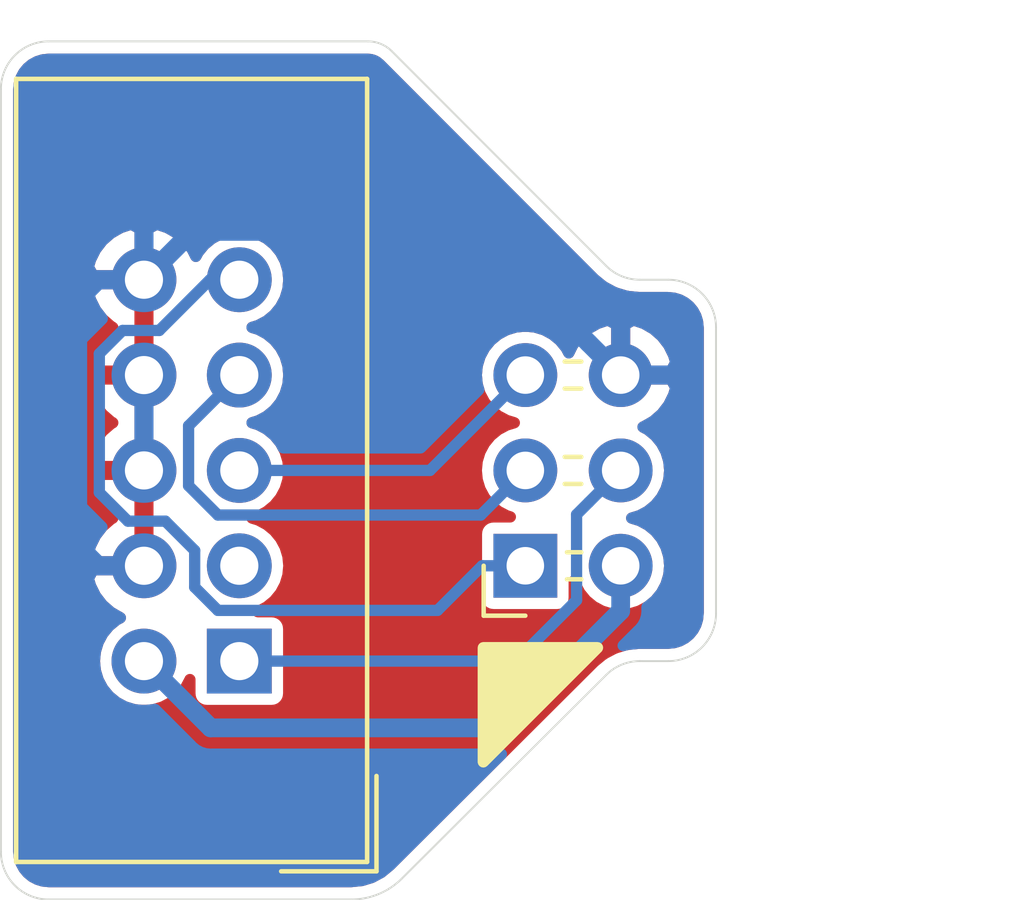
<source format=kicad_pcb>
(kicad_pcb (version 20171130) (host pcbnew 5.1.4-e60b266~84~ubuntu18.04.1)

  (general
    (thickness 1.6)
    (drawings 16)
    (tracks 42)
    (zones 0)
    (modules 2)
    (nets 7)
  )

  (page A4)
  (layers
    (0 F.Cu signal)
    (31 B.Cu signal)
    (32 B.Adhes user)
    (33 F.Adhes user)
    (34 B.Paste user)
    (35 F.Paste user)
    (36 B.SilkS user)
    (37 F.SilkS user)
    (38 B.Mask user)
    (39 F.Mask user)
    (40 Dwgs.User user)
    (41 Cmts.User user)
    (42 Eco1.User user)
    (43 Eco2.User user)
    (44 Edge.Cuts user)
    (45 Margin user)
    (46 B.CrtYd user)
    (47 F.CrtYd user)
    (48 B.Fab user)
    (49 F.Fab user)
  )

  (setup
    (last_trace_width 0.3)
    (trace_clearance 0.175)
    (zone_clearance 0.3)
    (zone_45_only no)
    (trace_min 0.2)
    (via_size 0.75)
    (via_drill 0.3)
    (via_min_size 0.4)
    (via_min_drill 0.3)
    (uvia_size 0.3)
    (uvia_drill 0.1)
    (uvias_allowed no)
    (uvia_min_size 0.2)
    (uvia_min_drill 0.1)
    (edge_width 0.05)
    (segment_width 0.2)
    (pcb_text_width 0.3)
    (pcb_text_size 1.5 1.5)
    (mod_edge_width 0.12)
    (mod_text_size 1 1)
    (mod_text_width 0.15)
    (pad_size 1.524 1.524)
    (pad_drill 0.762)
    (pad_to_mask_clearance 0.051)
    (solder_mask_min_width 0.25)
    (aux_axis_origin 0 0)
    (visible_elements FFFFFF7F)
    (pcbplotparams
      (layerselection 0x010fc_ffffffff)
      (usegerberextensions true)
      (usegerberattributes false)
      (usegerberadvancedattributes false)
      (creategerberjobfile false)
      (excludeedgelayer true)
      (linewidth 0.100000)
      (plotframeref false)
      (viasonmask false)
      (mode 1)
      (useauxorigin false)
      (hpglpennumber 1)
      (hpglpenspeed 20)
      (hpglpendiameter 15.000000)
      (psnegative false)
      (psa4output false)
      (plotreference true)
      (plotvalue true)
      (plotinvisibletext false)
      (padsonsilk false)
      (subtractmaskfromsilk false)
      (outputformat 1)
      (mirror false)
      (drillshape 0)
      (scaleselection 1)
      (outputdirectory "output"))
  )

  (net 0 "")
  (net 1 /MOSI)
  (net 2 VCC)
  (net 3 GND)
  (net 4 /~RST)
  (net 5 /SCK)
  (net 6 /MISO)

  (net_class Default "This is the default net class."
    (clearance 0.175)
    (trace_width 0.3)
    (via_dia 0.75)
    (via_drill 0.3)
    (uvia_dia 0.3)
    (uvia_drill 0.1)
    (add_net /MISO)
    (add_net /MOSI)
    (add_net /SCK)
    (add_net /~RST)
  )

  (net_class Power ""
    (clearance 0.175)
    (trace_width 0.5)
    (via_dia 0.75)
    (via_drill 0.3)
    (uvia_dia 0.3)
    (uvia_drill 0.1)
    (add_net GND)
    (add_net VCC)
  )

  (module Connector_PinSocket_2.54mm:PinSocket_2x03_P2.54mm_Horizontal (layer F.Cu) (tedit 5DB035B1) (tstamp 5DB03F0C)
    (at 152.4 68.58 180)
    (descr "Through hole angled socket strip, 2x03, 2.54mm pitch, 8.51mm socket length, double cols (from Kicad 4.0.7), script generated")
    (tags "Through hole angled socket strip THT 2x03 2.54mm double row")
    (path /5DB0444D)
    (fp_text reference J2 (at 0 -2.54 180) (layer F.SilkS) hide
      (effects (font (size 1 1) (thickness 0.15)))
    )
    (fp_text value AVR-ISP-6 (at -8.89 2.54 180) (layer F.Fab)
      (effects (font (size 1 1) (thickness 0.15)))
    )
    (fp_line (start 1.8 6.85) (end 1.8 -1.8) (layer F.CrtYd) (width 0.05))
    (fp_line (start -13.05 6.85) (end 1.8 6.85) (layer F.CrtYd) (width 0.05))
    (fp_line (start 1.8 -1.8) (end -13.05 -1.8) (layer F.CrtYd) (width 0.05))
    (fp_line (start 0 -1.33) (end 1.11 -1.33) (layer F.SilkS) (width 0.12))
    (fp_line (start 1.11 -1.33) (end 1.11 0) (layer F.SilkS) (width 0.12))
    (fp_line (start -1.49 5.44) (end -1.05 5.44) (layer F.SilkS) (width 0.12))
    (fp_line (start -1.49 4.72) (end -1.05 4.72) (layer F.SilkS) (width 0.12))
    (fp_line (start -1.49 2.9) (end -1.05 2.9) (layer F.SilkS) (width 0.12))
    (fp_line (start -1.49 2.18) (end -1.05 2.18) (layer F.SilkS) (width 0.12))
    (fp_line (start -1.49 0.36) (end -1.11 0.36) (layer F.SilkS) (width 0.12))
    (fp_line (start -1.49 -0.36) (end -1.11 -0.36) (layer F.SilkS) (width 0.12))
    (fp_line (start 0 5.38) (end 0 4.78) (layer F.Fab) (width 0.1))
    (fp_line (start -4.06 5.38) (end 0 5.38) (layer F.Fab) (width 0.1))
    (fp_line (start 0 4.78) (end -4.06 4.78) (layer F.Fab) (width 0.1))
    (fp_line (start 0 2.84) (end 0 2.24) (layer F.Fab) (width 0.1))
    (fp_line (start -4.06 2.84) (end 0 2.84) (layer F.Fab) (width 0.1))
    (fp_line (start 0 2.24) (end -4.06 2.24) (layer F.Fab) (width 0.1))
    (fp_line (start 0 0.3) (end 0 -0.3) (layer F.Fab) (width 0.1))
    (fp_line (start -4.06 0.3) (end 0 0.3) (layer F.Fab) (width 0.1))
    (fp_line (start 0 -0.3) (end -4.06 -0.3) (layer F.Fab) (width 0.1))
    (pad 6 thru_hole oval (at -2.54 5.08 180) (size 1.7 1.7) (drill 1) (layers *.Cu *.Mask)
      (net 3 GND))
    (pad 5 thru_hole oval (at 0 5.08 180) (size 1.7 1.7) (drill 1) (layers *.Cu *.Mask)
      (net 4 /~RST))
    (pad 4 thru_hole oval (at -2.54 2.54 180) (size 1.7 1.7) (drill 1) (layers *.Cu *.Mask)
      (net 1 /MOSI))
    (pad 3 thru_hole oval (at 0 2.54 180) (size 1.7 1.7) (drill 1) (layers *.Cu *.Mask)
      (net 5 /SCK))
    (pad 2 thru_hole oval (at -2.54 0 180) (size 1.7 1.7) (drill 1) (layers *.Cu *.Mask)
      (net 2 VCC))
    (pad 1 thru_hole rect (at 0 0 180) (size 1.7 1.7) (drill 1) (layers *.Cu *.Mask)
      (net 6 /MISO))
    (model ${KISYS3DMOD}/Connector_PinSocket_2.54mm.3dshapes/PinSocket_2x03_P2.54mm_Horizontal.wrl
      (at (xyz 0 0 0))
      (scale (xyz 1 1 1))
      (rotate (xyz 0 0 0))
    )
  )

  (module Connector_IDC:IDC-Header_2x05_P2.54mm_Vertical (layer F.Cu) (tedit 59DE0611) (tstamp 5DB09969)
    (at 144.78 71.12 180)
    (descr "Through hole straight IDC box header, 2x05, 2.54mm pitch, double rows")
    (tags "Through hole IDC box header THT 2x05 2.54mm double row")
    (path /5DB03AC9)
    (fp_text reference J1 (at 1.27 -6.604) (layer F.SilkS) hide
      (effects (font (size 1 1) (thickness 0.15)))
    )
    (fp_text value AVR-ISP-10 (at 1.27 16.764) (layer F.Fab)
      (effects (font (size 1 1) (thickness 0.15)))
    )
    (fp_text user %R (at 1.27 5.08) (layer F.Fab)
      (effects (font (size 1 1) (thickness 0.15)))
    )
    (fp_line (start 5.695 -5.1) (end 5.695 15.26) (layer F.Fab) (width 0.1))
    (fp_line (start 5.145 -4.56) (end 5.145 14.7) (layer F.Fab) (width 0.1))
    (fp_line (start -3.155 -5.1) (end -3.155 15.26) (layer F.Fab) (width 0.1))
    (fp_line (start -2.605 -4.56) (end -2.605 2.83) (layer F.Fab) (width 0.1))
    (fp_line (start -2.605 7.33) (end -2.605 14.7) (layer F.Fab) (width 0.1))
    (fp_line (start -2.605 2.83) (end -3.155 2.83) (layer F.Fab) (width 0.1))
    (fp_line (start -2.605 7.33) (end -3.155 7.33) (layer F.Fab) (width 0.1))
    (fp_line (start 5.695 -5.1) (end -3.155 -5.1) (layer F.Fab) (width 0.1))
    (fp_line (start 5.145 -4.56) (end -2.605 -4.56) (layer F.Fab) (width 0.1))
    (fp_line (start 5.695 15.26) (end -3.155 15.26) (layer F.Fab) (width 0.1))
    (fp_line (start 5.145 14.7) (end -2.605 14.7) (layer F.Fab) (width 0.1))
    (fp_line (start 5.695 -5.1) (end 5.145 -4.56) (layer F.Fab) (width 0.1))
    (fp_line (start 5.695 15.26) (end 5.145 14.7) (layer F.Fab) (width 0.1))
    (fp_line (start -3.155 -5.1) (end -2.605 -4.56) (layer F.Fab) (width 0.1))
    (fp_line (start -3.155 15.26) (end -2.605 14.7) (layer F.Fab) (width 0.1))
    (fp_line (start 5.95 -5.35) (end 5.95 15.51) (layer F.CrtYd) (width 0.05))
    (fp_line (start 5.95 15.51) (end -3.41 15.51) (layer F.CrtYd) (width 0.05))
    (fp_line (start -3.41 15.51) (end -3.41 -5.35) (layer F.CrtYd) (width 0.05))
    (fp_line (start -3.41 -5.35) (end 5.95 -5.35) (layer F.CrtYd) (width 0.05))
    (fp_line (start 5.945 -5.35) (end 5.945 15.51) (layer F.SilkS) (width 0.12))
    (fp_line (start 5.945 15.51) (end -3.405 15.51) (layer F.SilkS) (width 0.12))
    (fp_line (start -3.405 15.51) (end -3.405 -5.35) (layer F.SilkS) (width 0.12))
    (fp_line (start -3.405 -5.35) (end 5.945 -5.35) (layer F.SilkS) (width 0.12))
    (fp_line (start -3.655 -5.6) (end -3.655 -3.06) (layer F.SilkS) (width 0.12))
    (fp_line (start -3.655 -5.6) (end -1.115 -5.6) (layer F.SilkS) (width 0.12))
    (pad 1 thru_hole rect (at 0 0 180) (size 1.7272 1.7272) (drill 1.016) (layers *.Cu *.Mask)
      (net 1 /MOSI))
    (pad 2 thru_hole oval (at 2.54 0 180) (size 1.7272 1.7272) (drill 1.016) (layers *.Cu *.Mask)
      (net 2 VCC))
    (pad 3 thru_hole oval (at 0 2.54 180) (size 1.7272 1.7272) (drill 1.016) (layers *.Cu *.Mask))
    (pad 4 thru_hole oval (at 2.54 2.54 180) (size 1.7272 1.7272) (drill 1.016) (layers *.Cu *.Mask)
      (net 3 GND))
    (pad 5 thru_hole oval (at 0 5.08 180) (size 1.7272 1.7272) (drill 1.016) (layers *.Cu *.Mask)
      (net 4 /~RST))
    (pad 6 thru_hole oval (at 2.54 5.08 180) (size 1.7272 1.7272) (drill 1.016) (layers *.Cu *.Mask)
      (net 3 GND))
    (pad 7 thru_hole oval (at 0 7.62 180) (size 1.7272 1.7272) (drill 1.016) (layers *.Cu *.Mask)
      (net 5 /SCK))
    (pad 8 thru_hole oval (at 2.54 7.62 180) (size 1.7272 1.7272) (drill 1.016) (layers *.Cu *.Mask)
      (net 3 GND))
    (pad 9 thru_hole oval (at 0 10.16 180) (size 1.7272 1.7272) (drill 1.016) (layers *.Cu *.Mask)
      (net 6 /MISO))
    (pad 10 thru_hole oval (at 2.54 10.16 180) (size 1.7272 1.7272) (drill 1.016) (layers *.Cu *.Mask)
      (net 3 GND))
    (model ${KISYS3DMOD}/Connector_IDC.3dshapes/IDC-Header_2x05_P2.54mm_Vertical.wrl
      (at (xyz 0 0 0))
      (scale (xyz 1 1 1))
      (rotate (xyz 0 0 0))
    )
  )

  (gr_arc (start 147.7645 75.565) (end 147.7645 77.47) (angle -45) (layer Edge.Cuts) (width 0.05))
  (gr_arc (start 155.448 59.69) (end 155.448 60.96) (angle 45) (layer Edge.Cuts) (width 0.05) (tstamp 5DB09E36))
  (gr_arc (start 155.448 72.39) (end 155.448 71.12) (angle -45) (layer Edge.Cuts) (width 0.05))
  (gr_arc (start 148.209 55.508024) (end 148.843999 54.873025) (angle -45) (layer Edge.Cuts) (width 0.05))
  (gr_arc (start 156.21 62.23) (end 157.48 62.23) (angle -90) (layer Edge.Cuts) (width 0.05))
  (gr_arc (start 156.21 69.85) (end 156.21 71.12) (angle -90) (layer Edge.Cuts) (width 0.05))
  (gr_arc (start 139.7 76.2) (end 138.43 76.2) (angle -90) (layer Edge.Cuts) (width 0.05))
  (gr_arc (start 139.7 55.88) (end 139.7 54.61) (angle -90) (layer Edge.Cuts) (width 0.05))
  (gr_line (start 138.43 76.2) (end 138.43 55.88) (layer Edge.Cuts) (width 0.05) (tstamp 5DB09C07))
  (gr_line (start 147.7645 77.47) (end 139.7 77.47) (layer Edge.Cuts) (width 0.05))
  (gr_line (start 154.549974 71.491974) (end 149.111538 76.912038) (layer Edge.Cuts) (width 0.05))
  (gr_line (start 156.21 71.12) (end 155.448 71.12) (layer Edge.Cuts) (width 0.05))
  (gr_line (start 157.48 62.23) (end 157.48 69.85) (layer Edge.Cuts) (width 0.05))
  (gr_line (start 155.448 60.96) (end 156.21 60.96) (layer Edge.Cuts) (width 0.05))
  (gr_line (start 148.843999 54.873025) (end 154.549974 60.588026) (layer Edge.Cuts) (width 0.05))
  (gr_line (start 139.7 54.61) (end 148.209 54.61) (layer Edge.Cuts) (width 0.05))

  (segment (start 154.090001 66.889999) (end 154.94 66.04) (width 0.3) (layer B.Cu) (net 1))
  (segment (start 153.764999 67.215001) (end 154.090001 66.889999) (width 0.3) (layer B.Cu) (net 1))
  (segment (start 153.764999 69.500003) (end 153.764999 67.215001) (width 0.3) (layer B.Cu) (net 1))
  (segment (start 152.145002 71.12) (end 153.764999 69.500003) (width 0.3) (layer B.Cu) (net 1))
  (segment (start 144.78 71.12) (end 152.145002 71.12) (width 0.3) (layer B.Cu) (net 1))
  (segment (start 154.94 69.782081) (end 154.94 68.58) (width 0.5) (layer B.Cu) (net 2))
  (segment (start 151.824081 72.898) (end 154.94 69.782081) (width 0.5) (layer B.Cu) (net 2))
  (segment (start 142.24 71.12) (end 144.018 72.898) (width 0.5) (layer B.Cu) (net 2))
  (segment (start 144.018 72.898) (end 151.824081 72.898) (width 0.5) (layer B.Cu) (net 2))
  (segment (start 154.090001 62.650001) (end 154.94 63.5) (width 0.5) (layer B.Cu) (net 3))
  (segment (start 151.111399 59.671399) (end 154.090001 62.650001) (width 0.5) (layer B.Cu) (net 3))
  (segment (start 143.528601 59.671399) (end 151.111399 59.671399) (width 0.5) (layer B.Cu) (net 3))
  (segment (start 142.24 60.96) (end 143.528601 59.671399) (width 0.5) (layer B.Cu) (net 3))
  (segment (start 141.018686 60.96) (end 142.24 60.96) (width 0.5) (layer B.Cu) (net 3))
  (segment (start 140.476389 61.502297) (end 141.018686 60.96) (width 0.5) (layer B.Cu) (net 3))
  (segment (start 140.476389 68.037703) (end 140.476389 61.502297) (width 0.5) (layer B.Cu) (net 3))
  (segment (start 141.018686 68.58) (end 140.476389 68.037703) (width 0.5) (layer B.Cu) (net 3))
  (segment (start 142.24 68.58) (end 141.018686 68.58) (width 0.5) (layer B.Cu) (net 3))
  (segment (start 142.24 60.96) (end 142.24 63.5) (width 0.5) (layer F.Cu) (net 3))
  (segment (start 142.24 63.5) (end 142.24 66.04) (width 0.5) (layer F.Cu) (net 3))
  (segment (start 142.24 66.04) (end 142.24 68.58) (width 0.5) (layer F.Cu) (net 3))
  (segment (start 149.86 66.04) (end 152.4 63.5) (width 0.3) (layer B.Cu) (net 4))
  (segment (start 144.78 66.04) (end 149.86 66.04) (width 0.3) (layer B.Cu) (net 4))
  (segment (start 151.211399 67.228601) (end 151.550001 66.889999) (width 0.3) (layer B.Cu) (net 5))
  (segment (start 143.428601 66.447731) (end 144.209471 67.228601) (width 0.3) (layer B.Cu) (net 5))
  (segment (start 151.550001 66.889999) (end 152.4 66.04) (width 0.3) (layer B.Cu) (net 5))
  (segment (start 143.428601 64.851399) (end 143.428601 66.447731) (width 0.3) (layer B.Cu) (net 5))
  (segment (start 144.209471 67.228601) (end 151.211399 67.228601) (width 0.3) (layer B.Cu) (net 5))
  (segment (start 144.78 63.5) (end 143.428601 64.851399) (width 0.3) (layer B.Cu) (net 5))
  (segment (start 151.25 68.58) (end 152.4 68.58) (width 0.3) (layer B.Cu) (net 6))
  (segment (start 150.061399 69.768601) (end 151.25 68.58) (width 0.3) (layer B.Cu) (net 6))
  (segment (start 144.209471 69.768601) (end 150.061399 69.768601) (width 0.3) (layer B.Cu) (net 6))
  (segment (start 143.591399 69.150529) (end 144.209471 69.768601) (width 0.3) (layer B.Cu) (net 6))
  (segment (start 143.591399 68.172269) (end 143.591399 69.150529) (width 0.3) (layer B.Cu) (net 6))
  (segment (start 141.813399 67.391399) (end 142.810529 67.391399) (width 0.3) (layer B.Cu) (net 6))
  (segment (start 141.051399 66.629399) (end 141.813399 67.391399) (width 0.3) (layer B.Cu) (net 6))
  (segment (start 141.051399 62.929471) (end 141.051399 66.629399) (width 0.3) (layer B.Cu) (net 6))
  (segment (start 141.669471 62.311399) (end 141.051399 62.929471) (width 0.3) (layer B.Cu) (net 6))
  (segment (start 142.647731 62.311399) (end 141.669471 62.311399) (width 0.3) (layer B.Cu) (net 6))
  (segment (start 142.810529 67.391399) (end 143.591399 68.172269) (width 0.3) (layer B.Cu) (net 6))
  (segment (start 143.99913 60.96) (end 142.647731 62.311399) (width 0.3) (layer B.Cu) (net 6))
  (segment (start 144.78 60.96) (end 143.99913 60.96) (width 0.3) (layer B.Cu) (net 6))

  (zone (net 3) (net_name GND) (layer F.Cu) (tstamp 0) (hatch edge 0.508)
    (connect_pads (clearance 0.3))
    (min_thickness 0.3)
    (fill yes (arc_segments 32) (thermal_gap 0.508) (thermal_bridge_width 0.508))
    (polygon
      (pts
        (xy 138.43 54.61) (xy 157.48 54.61) (xy 157.48 77.47) (xy 138.43 77.47)
      )
    )
    (filled_polygon
      (pts
        (xy 148.290726 55.095291) (xy 148.369332 55.119024) (xy 148.441838 55.157575) (xy 148.522837 55.223637) (xy 154.230318 60.940147)
        (xy 154.245199 60.95238) (xy 154.247791 60.955026) (xy 154.252901 60.959254) (xy 154.444979 61.115908) (xy 154.480842 61.139736)
        (xy 154.516361 61.164056) (xy 154.522195 61.167211) (xy 154.741042 61.283573) (xy 154.780822 61.299969) (xy 154.820414 61.316939)
        (xy 154.826744 61.318897) (xy 154.826751 61.3189) (xy 154.826758 61.318901) (xy 155.064031 61.390539) (xy 155.106254 61.3989)
        (xy 155.148374 61.407853) (xy 155.154968 61.408546) (xy 155.15497 61.408546) (xy 155.401648 61.432733) (xy 155.40165 61.432733)
        (xy 155.424668 61.435) (xy 156.186769 61.435) (xy 156.363976 61.452375) (xy 156.512079 61.497091) (xy 156.648685 61.569725)
        (xy 156.768579 61.667507) (xy 156.867197 61.786716) (xy 156.940781 61.922806) (xy 156.986531 62.070601) (xy 157.005 62.246322)
        (xy 157.005001 69.826759) (xy 156.987625 70.003976) (xy 156.942909 70.152079) (xy 156.870275 70.288686) (xy 156.77249 70.408581)
        (xy 156.653284 70.507197) (xy 156.517194 70.580781) (xy 156.369399 70.626531) (xy 156.193678 70.645) (xy 155.424668 70.645)
        (xy 155.405857 70.646853) (xy 155.402168 70.646814) (xy 155.395565 70.647439) (xy 155.148973 70.672487) (xy 155.106795 70.680991)
        (xy 155.064453 70.688915) (xy 155.058098 70.69081) (xy 154.821067 70.763279) (xy 154.781319 70.779824) (xy 154.741352 70.79581)
        (xy 154.735485 70.798903) (xy 154.517044 70.916029) (xy 154.481244 70.939994) (xy 154.445161 70.963427) (xy 154.440016 70.967593)
        (xy 154.440008 70.967599) (xy 154.440001 70.967606) (xy 154.248476 71.124926) (xy 154.231193 71.139061) (xy 148.792405 76.559475)
        (xy 148.558737 76.751414) (xy 148.31317 76.883086) (xy 148.046696 76.964555) (xy 147.746972 76.995) (xy 139.723231 76.995)
        (xy 139.546024 76.977625) (xy 139.397921 76.932909) (xy 139.261314 76.860275) (xy 139.141419 76.76249) (xy 139.042803 76.643284)
        (xy 138.969219 76.507194) (xy 138.923469 76.359399) (xy 138.905 76.183678) (xy 138.905 68.920194) (xy 140.756917 68.920194)
        (xy 140.817857 69.121098) (xy 140.950746 69.388147) (xy 141.13318 69.62414) (xy 141.358149 69.820007) (xy 141.612763 69.965791)
        (xy 141.506672 70.022498) (xy 141.306651 70.186651) (xy 141.142498 70.386672) (xy 141.020521 70.614875) (xy 140.945408 70.86249)
        (xy 140.920045 71.12) (xy 140.945408 71.37751) (xy 141.020521 71.625125) (xy 141.142498 71.853328) (xy 141.306651 72.053349)
        (xy 141.506672 72.217502) (xy 141.734875 72.339479) (xy 141.98249 72.414592) (xy 142.175478 72.4336) (xy 142.304522 72.4336)
        (xy 142.49751 72.414592) (xy 142.745125 72.339479) (xy 142.973328 72.217502) (xy 143.173349 72.053349) (xy 143.337502 71.853328)
        (xy 143.459479 71.625125) (xy 143.464223 71.609486) (xy 143.464223 71.9836) (xy 143.472911 72.071815) (xy 143.498643 72.156641)
        (xy 143.540429 72.234816) (xy 143.596663 72.303337) (xy 143.665184 72.359571) (xy 143.743359 72.401357) (xy 143.828185 72.427089)
        (xy 143.9164 72.435777) (xy 145.6436 72.435777) (xy 145.731815 72.427089) (xy 145.816641 72.401357) (xy 145.894816 72.359571)
        (xy 145.963337 72.303337) (xy 146.019571 72.234816) (xy 146.061357 72.156641) (xy 146.087089 72.071815) (xy 146.095777 71.9836)
        (xy 146.095777 70.2564) (xy 146.087089 70.168185) (xy 146.061357 70.083359) (xy 146.019571 70.005184) (xy 145.963337 69.936663)
        (xy 145.894816 69.880429) (xy 145.816641 69.838643) (xy 145.731815 69.812911) (xy 145.6436 69.804223) (xy 145.269486 69.804223)
        (xy 145.285125 69.799479) (xy 145.513328 69.677502) (xy 145.713349 69.513349) (xy 145.877502 69.313328) (xy 145.999479 69.085125)
        (xy 146.074592 68.83751) (xy 146.099955 68.58) (xy 146.074592 68.32249) (xy 145.999479 68.074875) (xy 145.877502 67.846672)
        (xy 145.713349 67.646651) (xy 145.513328 67.482498) (xy 145.285125 67.360521) (xy 145.118579 67.31) (xy 145.285125 67.259479)
        (xy 145.513328 67.137502) (xy 145.713349 66.973349) (xy 145.877502 66.773328) (xy 145.999479 66.545125) (xy 146.074592 66.29751)
        (xy 146.099955 66.04) (xy 146.074592 65.78249) (xy 145.999479 65.534875) (xy 145.877502 65.306672) (xy 145.713349 65.106651)
        (xy 145.513328 64.942498) (xy 145.285125 64.820521) (xy 145.118579 64.77) (xy 145.285125 64.719479) (xy 145.513328 64.597502)
        (xy 145.713349 64.433349) (xy 145.877502 64.233328) (xy 145.999479 64.005125) (xy 146.074592 63.75751) (xy 146.099955 63.5)
        (xy 151.09371 63.5) (xy 151.11881 63.754845) (xy 151.193145 63.999896) (xy 151.31386 64.225736) (xy 151.476313 64.423687)
        (xy 151.674264 64.58614) (xy 151.900104 64.706855) (xy 152.108266 64.77) (xy 151.900104 64.833145) (xy 151.674264 64.95386)
        (xy 151.476313 65.116313) (xy 151.31386 65.314264) (xy 151.193145 65.540104) (xy 151.11881 65.785155) (xy 151.09371 66.04)
        (xy 151.11881 66.294845) (xy 151.193145 66.539896) (xy 151.31386 66.765736) (xy 151.476313 66.963687) (xy 151.674264 67.12614)
        (xy 151.900104 67.246855) (xy 152.002192 67.277823) (xy 151.55 67.277823) (xy 151.461785 67.286511) (xy 151.376959 67.312243)
        (xy 151.298784 67.354029) (xy 151.230263 67.410263) (xy 151.174029 67.478784) (xy 151.132243 67.556959) (xy 151.106511 67.641785)
        (xy 151.097823 67.73) (xy 151.097823 69.43) (xy 151.106511 69.518215) (xy 151.132243 69.603041) (xy 151.174029 69.681216)
        (xy 151.230263 69.749737) (xy 151.298784 69.805971) (xy 151.376959 69.847757) (xy 151.461785 69.873489) (xy 151.55 69.882177)
        (xy 153.25 69.882177) (xy 153.338215 69.873489) (xy 153.423041 69.847757) (xy 153.501216 69.805971) (xy 153.569737 69.749737)
        (xy 153.625971 69.681216) (xy 153.667757 69.603041) (xy 153.693489 69.518215) (xy 153.702177 69.43) (xy 153.702177 68.977808)
        (xy 153.733145 69.079896) (xy 153.85386 69.305736) (xy 154.016313 69.503687) (xy 154.214264 69.66614) (xy 154.440104 69.786855)
        (xy 154.685155 69.86119) (xy 154.876136 69.88) (xy 155.003864 69.88) (xy 155.194845 69.86119) (xy 155.439896 69.786855)
        (xy 155.665736 69.66614) (xy 155.863687 69.503687) (xy 156.02614 69.305736) (xy 156.146855 69.079896) (xy 156.22119 68.834845)
        (xy 156.24629 68.58) (xy 156.22119 68.325155) (xy 156.146855 68.080104) (xy 156.02614 67.854264) (xy 155.863687 67.656313)
        (xy 155.665736 67.49386) (xy 155.439896 67.373145) (xy 155.231734 67.31) (xy 155.439896 67.246855) (xy 155.665736 67.12614)
        (xy 155.863687 66.963687) (xy 156.02614 66.765736) (xy 156.146855 66.539896) (xy 156.22119 66.294845) (xy 156.24629 66.04)
        (xy 156.22119 65.785155) (xy 156.146855 65.540104) (xy 156.02614 65.314264) (xy 155.863687 65.116313) (xy 155.665736 64.95386)
        (xy 155.534167 64.883535) (xy 155.558275 64.875431) (xy 155.814728 64.728383) (xy 156.037566 64.534129) (xy 156.218225 64.300134)
        (xy 156.349763 64.03539) (xy 156.409619 63.838061) (xy 156.279469 63.604) (xy 155.044 63.604) (xy 155.044 63.624)
        (xy 154.836 63.624) (xy 154.836 63.604) (xy 154.816 63.604) (xy 154.816 63.396) (xy 154.836 63.396)
        (xy 154.836 62.160087) (xy 155.044 62.160087) (xy 155.044 63.396) (xy 156.279469 63.396) (xy 156.409619 63.161939)
        (xy 156.349763 62.96461) (xy 156.218225 62.699866) (xy 156.037566 62.465871) (xy 155.814728 62.271617) (xy 155.558275 62.124569)
        (xy 155.278062 62.030378) (xy 155.044 62.160087) (xy 154.836 62.160087) (xy 154.601938 62.030378) (xy 154.321725 62.124569)
        (xy 154.065272 62.271617) (xy 153.842434 62.465871) (xy 153.661775 62.699866) (xy 153.558007 62.908717) (xy 153.48614 62.774264)
        (xy 153.323687 62.576313) (xy 153.125736 62.41386) (xy 152.899896 62.293145) (xy 152.654845 62.21881) (xy 152.463864 62.2)
        (xy 152.336136 62.2) (xy 152.145155 62.21881) (xy 151.900104 62.293145) (xy 151.674264 62.41386) (xy 151.476313 62.576313)
        (xy 151.31386 62.774264) (xy 151.193145 63.000104) (xy 151.11881 63.245155) (xy 151.09371 63.5) (xy 146.099955 63.5)
        (xy 146.074592 63.24249) (xy 145.999479 62.994875) (xy 145.877502 62.766672) (xy 145.713349 62.566651) (xy 145.513328 62.402498)
        (xy 145.285125 62.280521) (xy 145.118579 62.23) (xy 145.285125 62.179479) (xy 145.513328 62.057502) (xy 145.713349 61.893349)
        (xy 145.877502 61.693328) (xy 145.999479 61.465125) (xy 146.074592 61.21751) (xy 146.099955 60.96) (xy 146.074592 60.70249)
        (xy 145.999479 60.454875) (xy 145.877502 60.226672) (xy 145.713349 60.026651) (xy 145.513328 59.862498) (xy 145.285125 59.740521)
        (xy 145.03751 59.665408) (xy 144.844522 59.6464) (xy 144.715478 59.6464) (xy 144.52249 59.665408) (xy 144.274875 59.740521)
        (xy 144.046672 59.862498) (xy 143.846651 60.026651) (xy 143.682498 60.226672) (xy 143.622418 60.339073) (xy 143.529254 60.151853)
        (xy 143.34682 59.91586) (xy 143.121851 59.719993) (xy 142.862993 59.571779) (xy 142.580194 59.476913) (xy 142.344 59.606454)
        (xy 142.344 60.856) (xy 142.364 60.856) (xy 142.364 61.064) (xy 142.344 61.064) (xy 142.344 63.396)
        (xy 142.364 63.396) (xy 142.364 63.604) (xy 142.344 63.604) (xy 142.344 65.936) (xy 142.364 65.936)
        (xy 142.364 66.144) (xy 142.344 66.144) (xy 142.344 68.476) (xy 142.364 68.476) (xy 142.364 68.684)
        (xy 142.344 68.684) (xy 142.344 68.704) (xy 142.136 68.704) (xy 142.136 68.684) (xy 140.886891 68.684)
        (xy 140.756917 68.920194) (xy 138.905 68.920194) (xy 138.905 66.380194) (xy 140.756917 66.380194) (xy 140.817857 66.581098)
        (xy 140.950746 66.848147) (xy 141.13318 67.08414) (xy 141.358149 67.280007) (xy 141.410532 67.31) (xy 141.358149 67.339993)
        (xy 141.13318 67.53586) (xy 140.950746 67.771853) (xy 140.817857 68.038902) (xy 140.756917 68.239806) (xy 140.886891 68.476)
        (xy 142.136 68.476) (xy 142.136 66.144) (xy 140.886891 66.144) (xy 140.756917 66.380194) (xy 138.905 66.380194)
        (xy 138.905 63.840194) (xy 140.756917 63.840194) (xy 140.817857 64.041098) (xy 140.950746 64.308147) (xy 141.13318 64.54414)
        (xy 141.358149 64.740007) (xy 141.410532 64.77) (xy 141.358149 64.799993) (xy 141.13318 64.99586) (xy 140.950746 65.231853)
        (xy 140.817857 65.498902) (xy 140.756917 65.699806) (xy 140.886891 65.936) (xy 142.136 65.936) (xy 142.136 63.604)
        (xy 140.886891 63.604) (xy 140.756917 63.840194) (xy 138.905 63.840194) (xy 138.905 61.300194) (xy 140.756917 61.300194)
        (xy 140.817857 61.501098) (xy 140.950746 61.768147) (xy 141.13318 62.00414) (xy 141.358149 62.200007) (xy 141.410532 62.23)
        (xy 141.358149 62.259993) (xy 141.13318 62.45586) (xy 140.950746 62.691853) (xy 140.817857 62.958902) (xy 140.756917 63.159806)
        (xy 140.886891 63.396) (xy 142.136 63.396) (xy 142.136 61.064) (xy 140.886891 61.064) (xy 140.756917 61.300194)
        (xy 138.905 61.300194) (xy 138.905 60.619806) (xy 140.756917 60.619806) (xy 140.886891 60.856) (xy 142.136 60.856)
        (xy 142.136 59.606454) (xy 141.899806 59.476913) (xy 141.617007 59.571779) (xy 141.358149 59.719993) (xy 141.13318 59.91586)
        (xy 140.950746 60.151853) (xy 140.817857 60.418902) (xy 140.756917 60.619806) (xy 138.905 60.619806) (xy 138.905 55.903231)
        (xy 138.922375 55.726024) (xy 138.967091 55.577921) (xy 139.039725 55.441315) (xy 139.137507 55.321421) (xy 139.256716 55.222803)
        (xy 139.392806 55.149219) (xy 139.540601 55.103469) (xy 139.716322 55.085) (xy 148.185767 55.085)
      )
    )
  )
  (zone (net 3) (net_name GND) (layer B.Cu) (tstamp 0) (hatch edge 0.508)
    (connect_pads (clearance 0.3))
    (min_thickness 0.3)
    (fill yes (arc_segments 32) (thermal_gap 0.508) (thermal_bridge_width 0.508))
    (polygon
      (pts
        (xy 138.43 54.61) (xy 157.48 54.61) (xy 157.48 77.47) (xy 138.43 77.47)
      )
    )
    (filled_polygon
      (pts
        (xy 148.290726 55.095291) (xy 148.369332 55.119024) (xy 148.441838 55.157575) (xy 148.522837 55.223637) (xy 154.230318 60.940147)
        (xy 154.245199 60.95238) (xy 154.247791 60.955026) (xy 154.252901 60.959254) (xy 154.444979 61.115908) (xy 154.480842 61.139736)
        (xy 154.516361 61.164056) (xy 154.522195 61.167211) (xy 154.741042 61.283573) (xy 154.780822 61.299969) (xy 154.820414 61.316939)
        (xy 154.826744 61.318897) (xy 154.826751 61.3189) (xy 154.826758 61.318901) (xy 155.064031 61.390539) (xy 155.106254 61.3989)
        (xy 155.148374 61.407853) (xy 155.154968 61.408546) (xy 155.15497 61.408546) (xy 155.401648 61.432733) (xy 155.40165 61.432733)
        (xy 155.424668 61.435) (xy 156.186769 61.435) (xy 156.363976 61.452375) (xy 156.512079 61.497091) (xy 156.648685 61.569725)
        (xy 156.768579 61.667507) (xy 156.867197 61.786716) (xy 156.940781 61.922806) (xy 156.986531 62.070601) (xy 157.005 62.246322)
        (xy 157.005001 69.826759) (xy 156.987625 70.003976) (xy 156.942909 70.152079) (xy 156.870275 70.288686) (xy 156.77249 70.408581)
        (xy 156.653284 70.507197) (xy 156.517194 70.580781) (xy 156.369399 70.626531) (xy 156.193678 70.645) (xy 155.424668 70.645)
        (xy 155.405857 70.646853) (xy 155.402168 70.646814) (xy 155.395565 70.647439) (xy 155.148973 70.672487) (xy 155.106795 70.680991)
        (xy 155.064453 70.688915) (xy 155.058098 70.69081) (xy 155.004981 70.70705) (xy 155.410663 70.301368) (xy 155.437369 70.279451)
        (xy 155.459287 70.252744) (xy 155.459292 70.252739) (xy 155.524845 70.172863) (xy 155.589845 70.051256) (xy 155.589845 70.051255)
        (xy 155.629872 69.919305) (xy 155.64 69.816471) (xy 155.64 69.816468) (xy 155.643387 69.782081) (xy 155.64 69.747694)
        (xy 155.64 69.679896) (xy 155.665736 69.66614) (xy 155.863687 69.503687) (xy 156.02614 69.305736) (xy 156.146855 69.079896)
        (xy 156.22119 68.834845) (xy 156.24629 68.58) (xy 156.22119 68.325155) (xy 156.146855 68.080104) (xy 156.02614 67.854264)
        (xy 155.863687 67.656313) (xy 155.665736 67.49386) (xy 155.439896 67.373145) (xy 155.231734 67.31) (xy 155.439896 67.246855)
        (xy 155.665736 67.12614) (xy 155.863687 66.963687) (xy 156.02614 66.765736) (xy 156.146855 66.539896) (xy 156.22119 66.294845)
        (xy 156.24629 66.04) (xy 156.22119 65.785155) (xy 156.146855 65.540104) (xy 156.02614 65.314264) (xy 155.863687 65.116313)
        (xy 155.665736 64.95386) (xy 155.534167 64.883535) (xy 155.558275 64.875431) (xy 155.814728 64.728383) (xy 156.037566 64.534129)
        (xy 156.218225 64.300134) (xy 156.349763 64.03539) (xy 156.409619 63.838061) (xy 156.279469 63.604) (xy 155.044 63.604)
        (xy 155.044 63.624) (xy 154.836 63.624) (xy 154.836 63.604) (xy 154.816 63.604) (xy 154.816 63.396)
        (xy 154.836 63.396) (xy 154.836 62.160087) (xy 155.044 62.160087) (xy 155.044 63.396) (xy 156.279469 63.396)
        (xy 156.409619 63.161939) (xy 156.349763 62.96461) (xy 156.218225 62.699866) (xy 156.037566 62.465871) (xy 155.814728 62.271617)
        (xy 155.558275 62.124569) (xy 155.278062 62.030378) (xy 155.044 62.160087) (xy 154.836 62.160087) (xy 154.601938 62.030378)
        (xy 154.321725 62.124569) (xy 154.065272 62.271617) (xy 153.842434 62.465871) (xy 153.661775 62.699866) (xy 153.558007 62.908717)
        (xy 153.48614 62.774264) (xy 153.323687 62.576313) (xy 153.125736 62.41386) (xy 152.899896 62.293145) (xy 152.654845 62.21881)
        (xy 152.463864 62.2) (xy 152.336136 62.2) (xy 152.145155 62.21881) (xy 151.900104 62.293145) (xy 151.674264 62.41386)
        (xy 151.476313 62.576313) (xy 151.31386 62.774264) (xy 151.193145 63.000104) (xy 151.11881 63.245155) (xy 151.09371 63.5)
        (xy 151.11881 63.754845) (xy 151.160196 63.891276) (xy 149.611473 65.44) (xy 145.948767 65.44) (xy 145.877502 65.306672)
        (xy 145.713349 65.106651) (xy 145.513328 64.942498) (xy 145.285125 64.820521) (xy 145.118579 64.77) (xy 145.285125 64.719479)
        (xy 145.513328 64.597502) (xy 145.713349 64.433349) (xy 145.877502 64.233328) (xy 145.999479 64.005125) (xy 146.074592 63.75751)
        (xy 146.099955 63.5) (xy 146.074592 63.24249) (xy 145.999479 62.994875) (xy 145.877502 62.766672) (xy 145.713349 62.566651)
        (xy 145.513328 62.402498) (xy 145.285125 62.280521) (xy 145.118579 62.23) (xy 145.285125 62.179479) (xy 145.513328 62.057502)
        (xy 145.713349 61.893349) (xy 145.877502 61.693328) (xy 145.999479 61.465125) (xy 146.074592 61.21751) (xy 146.099955 60.96)
        (xy 146.074592 60.70249) (xy 145.999479 60.454875) (xy 145.877502 60.226672) (xy 145.713349 60.026651) (xy 145.513328 59.862498)
        (xy 145.285125 59.740521) (xy 145.03751 59.665408) (xy 144.844522 59.6464) (xy 144.715478 59.6464) (xy 144.52249 59.665408)
        (xy 144.274875 59.740521) (xy 144.046672 59.862498) (xy 143.846651 60.026651) (xy 143.682498 60.226672) (xy 143.622418 60.339073)
        (xy 143.529254 60.151853) (xy 143.34682 59.91586) (xy 143.121851 59.719993) (xy 142.862993 59.571779) (xy 142.580194 59.476913)
        (xy 142.344 59.606454) (xy 142.344 60.856) (xy 142.364 60.856) (xy 142.364 61.064) (xy 142.344 61.064)
        (xy 142.344 61.084) (xy 142.136 61.084) (xy 142.136 61.064) (xy 140.886891 61.064) (xy 140.756917 61.300194)
        (xy 140.817857 61.501098) (xy 140.950746 61.768147) (xy 141.13101 62.001333) (xy 140.647985 62.484358) (xy 140.625082 62.503154)
        (xy 140.550103 62.594517) (xy 140.494389 62.698751) (xy 140.47687 62.756504) (xy 140.460081 62.811851) (xy 140.448496 62.929471)
        (xy 140.451399 62.958945) (xy 140.4514 66.599915) (xy 140.448496 66.629399) (xy 140.460081 66.747019) (xy 140.483791 66.825179)
        (xy 140.49439 66.86012) (xy 140.550104 66.964354) (xy 140.625083 67.055716) (xy 140.64798 67.074507) (xy 141.122782 67.54931)
        (xy 140.950746 67.771853) (xy 140.817857 68.038902) (xy 140.756917 68.239806) (xy 140.886891 68.476) (xy 142.136 68.476)
        (xy 142.136 68.456) (xy 142.344 68.456) (xy 142.344 68.476) (xy 142.364 68.476) (xy 142.364 68.684)
        (xy 142.344 68.684) (xy 142.344 68.704) (xy 142.136 68.704) (xy 142.136 68.684) (xy 140.886891 68.684)
        (xy 140.756917 68.920194) (xy 140.817857 69.121098) (xy 140.950746 69.388147) (xy 141.13318 69.62414) (xy 141.358149 69.820007)
        (xy 141.612763 69.965791) (xy 141.506672 70.022498) (xy 141.306651 70.186651) (xy 141.142498 70.386672) (xy 141.020521 70.614875)
        (xy 140.945408 70.86249) (xy 140.920045 71.12) (xy 140.945408 71.37751) (xy 141.020521 71.625125) (xy 141.142498 71.853328)
        (xy 141.306651 72.053349) (xy 141.506672 72.217502) (xy 141.734875 72.339479) (xy 141.98249 72.414592) (xy 142.175478 72.4336)
        (xy 142.304522 72.4336) (xy 142.49751 72.414592) (xy 142.533673 72.403622) (xy 143.498708 73.368658) (xy 143.52063 73.39537)
        (xy 143.627219 73.482845) (xy 143.748825 73.547845) (xy 143.880776 73.587872) (xy 143.98361 73.598) (xy 143.983613 73.598)
        (xy 144.018 73.601387) (xy 144.052387 73.598) (xy 151.763919 73.598) (xy 148.792405 76.559475) (xy 148.558737 76.751414)
        (xy 148.31317 76.883086) (xy 148.046696 76.964555) (xy 147.746972 76.995) (xy 139.723231 76.995) (xy 139.546024 76.977625)
        (xy 139.397921 76.932909) (xy 139.261314 76.860275) (xy 139.141419 76.76249) (xy 139.042803 76.643284) (xy 138.969219 76.507194)
        (xy 138.923469 76.359399) (xy 138.905 76.183678) (xy 138.905 60.619806) (xy 140.756917 60.619806) (xy 140.886891 60.856)
        (xy 142.136 60.856) (xy 142.136 59.606454) (xy 141.899806 59.476913) (xy 141.617007 59.571779) (xy 141.358149 59.719993)
        (xy 141.13318 59.91586) (xy 140.950746 60.151853) (xy 140.817857 60.418902) (xy 140.756917 60.619806) (xy 138.905 60.619806)
        (xy 138.905 55.903231) (xy 138.922375 55.726024) (xy 138.967091 55.577921) (xy 139.039725 55.441315) (xy 139.137507 55.321421)
        (xy 139.256716 55.222803) (xy 139.392806 55.149219) (xy 139.540601 55.103469) (xy 139.716322 55.085) (xy 148.185767 55.085)
      )
    )
    (filled_polygon
      (pts
        (xy 142.344 63.396) (xy 142.364 63.396) (xy 142.364 63.604) (xy 142.344 63.604) (xy 142.344 65.936)
        (xy 142.364 65.936) (xy 142.364 66.144) (xy 142.344 66.144) (xy 142.344 66.164) (xy 142.136 66.164)
        (xy 142.136 66.144) (xy 142.116 66.144) (xy 142.116 65.936) (xy 142.136 65.936) (xy 142.136 63.604)
        (xy 142.116 63.604) (xy 142.116 63.396) (xy 142.136 63.396) (xy 142.136 63.376) (xy 142.344 63.376)
      )
    )
  )
  (zone (net 0) (net_name "") (layer F.SilkS) (tstamp 0) (hatch full 0.508)
    (connect_pads (clearance 0.3))
    (min_thickness 0.3)
    (fill yes (arc_segments 32) (thermal_gap 0.508) (thermal_bridge_width 0.508))
    (polygon
      (pts
        (xy 151.13 70.612) (xy 154.686 70.612) (xy 151.13 74.168)
      )
    )
    (filled_polygon
      (pts
        (xy 151.28 73.805868) (xy 151.28 70.762) (xy 154.323868 70.762)
      )
    )
  )
)

</source>
